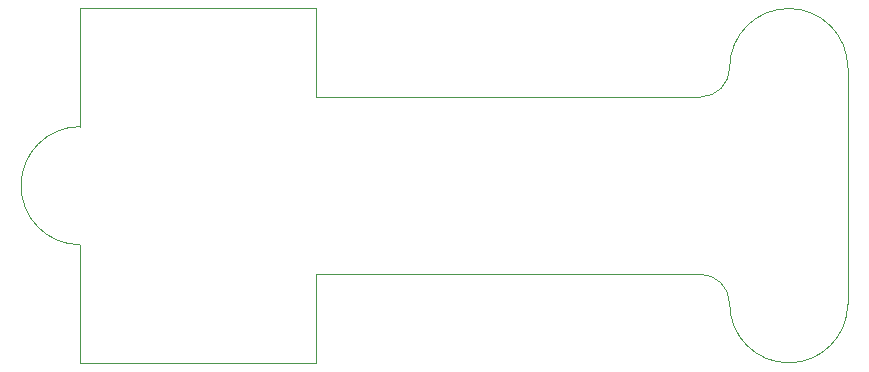
<source format=gbr>
%TF.GenerationSoftware,KiCad,Pcbnew,5.1.10-88a1d61d58~90~ubuntu21.04.1*%
%TF.CreationDate,2021-07-30T13:00:39+02:00*%
%TF.ProjectId,Detector_SMD_AD,44657465-6374-46f7-925f-534d445f4144,rev?*%
%TF.SameCoordinates,Original*%
%TF.FileFunction,Profile,NP*%
%FSLAX46Y46*%
G04 Gerber Fmt 4.6, Leading zero omitted, Abs format (unit mm)*
G04 Created by KiCad (PCBNEW 5.1.10-88a1d61d58~90~ubuntu21.04.1) date 2021-07-30 13:00:39*
%MOMM*%
%LPD*%
G01*
G04 APERTURE LIST*
%TA.AperFunction,Profile*%
%ADD10C,0.050000*%
%TD*%
G04 APERTURE END LIST*
D10*
X100000000Y-40000000D02*
G75*
G02*
X97500000Y-42500000I-2500000J0D01*
G01*
X97500000Y-57500000D02*
G75*
G02*
X100000000Y-60000000I0J-2500000D01*
G01*
X110000000Y-60000000D02*
G75*
G02*
X100000000Y-60000000I-5000000J0D01*
G01*
X100000000Y-40000000D02*
G75*
G02*
X110000000Y-40000000I5000000J0D01*
G01*
X45000000Y-55000000D02*
G75*
G02*
X45000000Y-45000000I0J5000000D01*
G01*
X45000000Y-45000000D02*
X45000000Y-35000000D01*
X65000000Y-35000000D02*
X45000000Y-35000000D01*
X65000000Y-42500000D02*
X65000000Y-35000000D01*
X97500000Y-42500000D02*
X65000000Y-42500000D01*
X110000000Y-60000000D02*
X110000000Y-40000000D01*
X65000000Y-57500000D02*
X97500000Y-57500000D01*
X65000000Y-65000000D02*
X65000000Y-57500000D01*
X45000000Y-65000000D02*
X65000000Y-65000000D01*
X45000000Y-55000000D02*
X45000000Y-65000000D01*
M02*

</source>
